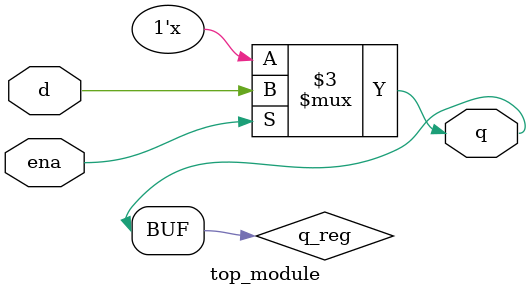
<source format=sv>
module top_module (
	input d,
	input ena,
	output logic q
);

// Internal register to hold the value of the output
logic q_reg;

always @(*) begin
    if (ena) begin
        q_reg = d;
    end
end

assign q = q_reg;

endmodule

</source>
